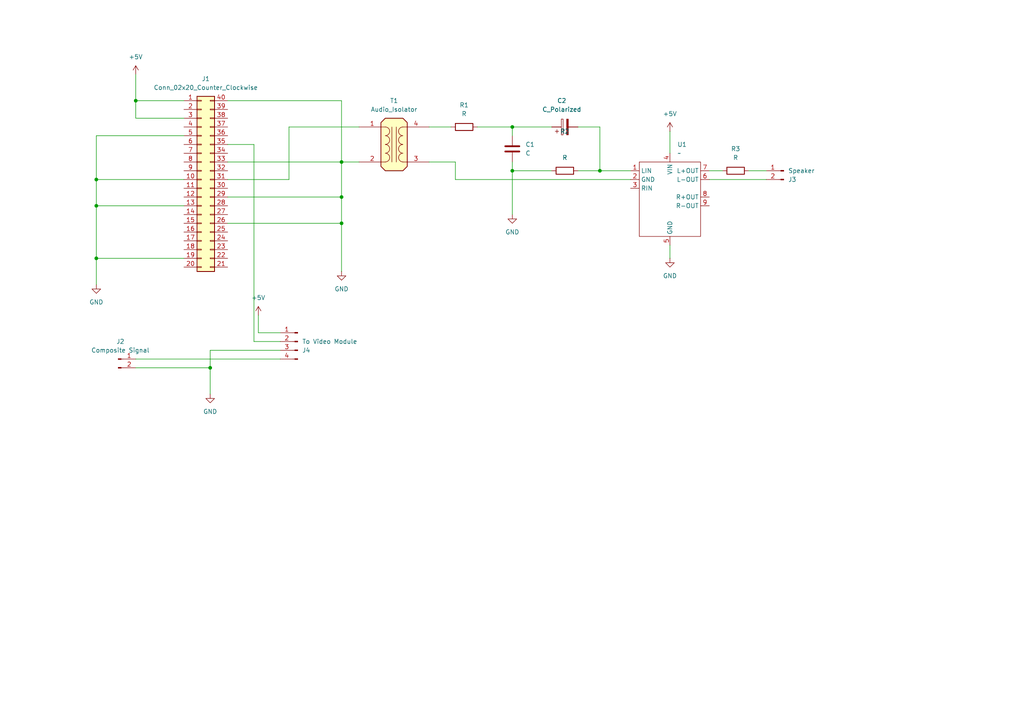
<source format=kicad_sch>
(kicad_sch (version 20250114) (generator "eeschema") (generator_version "9.0")
  (paper "A4")
  (lib_symbols
    (symbol "Connector:Conn_01x02_Pin" (pin_names (offset 1.016) (hide yes))
      (property "Reference" "J" (at 0 2.54 0))
      (property "Value" "Conn_01x02_Pin" (at 0 -5.08 0))
      (symbol "Conn_01x02_Pin_1_1"
        (rectangle (start 0.8636 0.127) (end 0 -0.127) (stroke (width 0.1524)) (fill (type outline)))
        (rectangle (start 0.8636 -2.413) (end 0 -2.667) (stroke (width 0.1524)) (fill (type outline)))
        (polyline (pts (xy 1.27 0) (xy 0.8636 0)) (stroke (width 0.1524)))
        (polyline (pts (xy 1.27 -2.54) (xy 0.8636 -2.54)) (stroke (width 0.1524)))
        (pin passive line (at 5.08 0 180) (length 3.81) (name "Pin_1") (number "1"))
        (pin passive line (at 5.08 -2.54 180) (length 3.81) (name "Pin_2") (number "2"))
      )
    )
    (symbol "Connector:Conn_01x04_Pin" (pin_names (offset 1.016) (hide yes))
      (property "Reference" "J" (at 0 5.08 0))
      (property "Value" "Conn_01x04_Pin" (at 0 -7.62 0))
      (symbol "Conn_01x04_Pin_1_1"
        (rectangle (start 0.8636 2.667) (end 0 2.413) (stroke (width 0.1524)) (fill (type outline)))
        (rectangle (start 0.8636 0.127) (end 0 -0.127) (stroke (width 0.1524)) (fill (type outline)))
        (rectangle (start 0.8636 -2.413) (end 0 -2.667) (stroke (width 0.1524)) (fill (type outline)))
        (rectangle (start 0.8636 -4.953) (end 0 -5.207) (stroke (width 0.1524)) (fill (type outline)))
        (polyline (pts (xy 1.27 2.54) (xy 0.8636 2.54)) (stroke (width 0.1524)))
        (polyline (pts (xy 1.27 0) (xy 0.8636 0)) (stroke (width 0.1524)))
        (polyline (pts (xy 1.27 -2.54) (xy 0.8636 -2.54)) (stroke (width 0.1524)))
        (polyline (pts (xy 1.27 -5.08) (xy 0.8636 -5.08)) (stroke (width 0.1524)))
        (pin passive line (at 5.08 2.54 180) (length 3.81) (name "Pin_1") (number "1"))
        (pin passive line (at 5.08 0 180) (length 3.81) (name "Pin_2") (number "2"))
        (pin passive line (at 5.08 -2.54 180) (length 3.81) (name "Pin_3") (number "3"))
        (pin passive line (at 5.08 -5.08 180) (length 3.81) (name "Pin_4") (number "4"))
      )
    )
    (symbol "Connector_Generic:Conn_02x20_Counter_Clockwise" (pin_names (offset 1.016) (hide yes))
      (property "Reference" "J" (at 1.27 25.4 0))
      (property "Value" "Conn_02x20_Counter_Clockwise" (at 1.27 -27.94 0))
      (symbol "Conn_02x20_Counter_Clockwise_1_1"
        (rectangle (start -1.27 24.13) (end 3.81 -26.67) (stroke (width 0.254)) (fill (type background)))
        (rectangle (start -1.27 22.987) (end 0 22.733) (stroke (width 0.1524)))
        (rectangle (start -1.27 20.447) (end 0 20.193) (stroke (width 0.1524)))
        (rectangle (start -1.27 17.907) (end 0 17.653) (stroke (width 0.1524)))
        (rectangle (start -1.27 15.367) (end 0 15.113) (stroke (width 0.1524)))
        (rectangle (start -1.27 12.827) (end 0 12.573) (stroke (width 0.1524)))
        (rectangle (start -1.27 10.287) (end 0 10.033) (stroke (width 0.1524)))
        (rectangle (start -1.27 7.747) (end 0 7.493) (stroke (width 0.1524)))
        (rectangle (start -1.27 5.207) (end 0 4.953) (stroke (width 0.1524)))
        (rectangle (start -1.27 2.667) (end 0 2.413) (stroke (width 0.1524)))
        (rectangle (start -1.27 0.127) (end 0 -0.127) (stroke (width 0.1524)))
        (rectangle (start -1.27 -2.413) (end 0 -2.667) (stroke (width 0.1524)))
        (rectangle (start -1.27 -4.953) (end 0 -5.207) (stroke (width 0.1524)))
        (rectangle (start -1.27 -7.493) (end 0 -7.747) (stroke (width 0.1524)))
        (rectangle (start -1.27 -10.033) (end 0 -10.287) (stroke (width 0.1524)))
        (rectangle (start -1.27 -12.573) (end 0 -12.827) (stroke (width 0.1524)))
        (rectangle (start -1.27 -15.113) (end 0 -15.367) (stroke (width 0.1524)))
        (rectangle (start -1.27 -17.653) (end 0 -17.907) (stroke (width 0.1524)))
        (rectangle (start -1.27 -20.193) (end 0 -20.447) (stroke (width 0.1524)))
        (rectangle (start -1.27 -22.733) (end 0 -22.987) (stroke (width 0.1524)))
        (rectangle (start -1.27 -25.273) (end 0 -25.527) (stroke (width 0.1524)))
        (rectangle (start 3.81 22.987) (end 2.54 22.733) (stroke (width 0.1524)))
        (rectangle (start 3.81 20.447) (end 2.54 20.193) (stroke (width 0.1524)))
        (rectangle (start 3.81 17.907) (end 2.54 17.653) (stroke (width 0.1524)))
        (rectangle (start 3.81 15.367) (end 2.54 15.113) (stroke (width 0.1524)))
        (rectangle (start 3.81 12.827) (end 2.54 12.573) (stroke (width 0.1524)))
        (rectangle (start 3.81 10.287) (end 2.54 10.033) (stroke (width 0.1524)))
        (rectangle (start 3.81 7.747) (end 2.54 7.493) (stroke (width 0.1524)))
        (rectangle (start 3.81 5.207) (end 2.54 4.953) (stroke (width 0.1524)))
        (rectangle (start 3.81 2.667) (end 2.54 2.413) (stroke (width 0.1524)))
        (rectangle (start 3.81 0.127) (end 2.54 -0.127) (stroke (width 0.1524)))
        (rectangle (start 3.81 -2.413) (end 2.54 -2.667) (stroke (width 0.1524)))
        (rectangle (start 3.81 -4.953) (end 2.54 -5.207) (stroke (width 0.1524)))
        (rectangle (start 3.81 -7.493) (end 2.54 -7.747) (stroke (width 0.1524)))
        (rectangle (start 3.81 -10.033) (end 2.54 -10.287) (stroke (width 0.1524)))
        (rectangle (start 3.81 -12.573) (end 2.54 -12.827) (stroke (width 0.1524)))
        (rectangle (start 3.81 -15.113) (end 2.54 -15.367) (stroke (width 0.1524)))
        (rectangle (start 3.81 -17.653) (end 2.54 -17.907) (stroke (width 0.1524)))
        (rectangle (start 3.81 -20.193) (end 2.54 -20.447) (stroke (width 0.1524)))
        (rectangle (start 3.81 -22.733) (end 2.54 -22.987) (stroke (width 0.1524)))
        (rectangle (start 3.81 -25.273) (end 2.54 -25.527) (stroke (width 0.1524)))
        (pin passive line (at -5.08 22.86 0) (length 3.81) (name "Pin_1") (number "1"))
        (pin passive line (at -5.08 20.32 0) (length 3.81) (name "Pin_2") (number "2"))
        (pin passive line (at -5.08 17.78 0) (length 3.81) (name "Pin_3") (number "3"))
        (pin passive line (at -5.08 15.24 0) (length 3.81) (name "Pin_4") (number "4"))
        (pin passive line (at -5.08 12.7 0) (length 3.81) (name "Pin_5") (number "5"))
        (pin passive line (at -5.08 10.16 0) (length 3.81) (name "Pin_6") (number "6"))
        (pin passive line (at -5.08 7.62 0) (length 3.81) (name "Pin_7") (number "7"))
        (pin passive line (at -5.08 5.08 0) (length 3.81) (name "Pin_8") (number "8"))
        (pin passive line (at -5.08 2.54 0) (length 3.81) (name "Pin_9") (number "9"))
        (pin passive line (at -5.08 0 0) (length 3.81) (name "Pin_10") (number "10"))
        (pin passive line (at -5.08 -2.54 0) (length 3.81) (name "Pin_11") (number "11"))
        (pin passive line (at -5.08 -5.08 0) (length 3.81) (name "Pin_12") (number "12"))
        (pin passive line (at -5.08 -7.62 0) (length 3.81) (name "Pin_13") (number "13"))
        (pin passive line (at -5.08 -10.16 0) (length 3.81) (name "Pin_14") (number "14"))
        (pin passive line (at -5.08 -12.7 0) (length 3.81) (name "Pin_15") (number "15"))
        (pin passive line (at -5.08 -15.24 0) (length 3.81) (name "Pin_16") (number "16"))
        (pin passive line (at -5.08 -17.78 0) (length 3.81) (name "Pin_17") (number "17"))
        (pin passive line (at -5.08 -20.32 0) (length 3.81) (name "Pin_18") (number "18"))
        (pin passive line (at -5.08 -22.86 0) (length 3.81) (name "Pin_19") (number "19"))
        (pin passive line (at -5.08 -25.4 0) (length 3.81) (name "Pin_20") (number "20"))
        (pin passive line (at 7.62 22.86 180) (length 3.81) (name "Pin_40") (number "40"))
        (pin passive line (at 7.62 20.32 180) (length 3.81) (name "Pin_39") (number "39"))
        (pin passive line (at 7.62 17.78 180) (length 3.81) (name "Pin_38") (number "38"))
        (pin passive line (at 7.62 15.24 180) (length 3.81) (name "Pin_37") (number "37"))
        (pin passive line (at 7.62 12.7 180) (length 3.81) (name "Pin_36") (number "36"))
        (pin passive line (at 7.62 10.16 180) (length 3.81) (name "Pin_35") (number "35"))
        (pin passive line (at 7.62 7.62 180) (length 3.81) (name "Pin_34") (number "34"))
        (pin passive line (at 7.62 5.08 180) (length 3.81) (name "Pin_33") (number "33"))
        (pin passive line (at 7.62 2.54 180) (length 3.81) (name "Pin_32") (number "32"))
        (pin passive line (at 7.62 0 180) (length 3.81) (name "Pin_31") (number "31"))
        (pin passive line (at 7.62 -2.54 180) (length 3.81) (name "Pin_30") (number "30"))
        (pin passive line (at 7.62 -5.08 180) (length 3.81) (name "Pin_29") (number "29"))
        (pin passive line (at 7.62 -7.62 180) (length 3.81) (name "Pin_28") (number "28"))
        (pin passive line (at 7.62 -10.16 180) (length 3.81) (name "Pin_27") (number "27"))
        (pin passive line (at 7.62 -12.7 180) (length 3.81) (name "Pin_26") (number "26"))
        (pin passive line (at 7.62 -15.24 180) (length 3.81) (name "Pin_25") (number "25"))
        (pin passive line (at 7.62 -17.78 180) (length 3.81) (name "Pin_24") (number "24"))
        (pin passive line (at 7.62 -20.32 180) (length 3.81) (name "Pin_23") (number "23"))
        (pin passive line (at 7.62 -22.86 180) (length 3.81) (name "Pin_22") (number "22"))
        (pin passive line (at 7.62 -25.4 180) (length 3.81) (name "Pin_21") (number "21"))
      )
    )
    (symbol "Device:C" (pin_numbers (hide yes)) (pin_names (offset 0.254))
      (property "Reference" "C" (at 0.635 2.54 0))
      (property "Value" "C" (at 0.635 -2.54 0))
      (symbol "C_0_1"
        (polyline (pts (xy -2.032 0.762) (xy 2.032 0.762)) (stroke (width 0.508)))
        (polyline (pts (xy -2.032 -0.762) (xy 2.032 -0.762)) (stroke (width 0.508)))
      )
      (symbol "C_1_1"
        (pin passive line (at 0 3.81 270) (length 2.794) (name "~") (number "1"))
        (pin passive line (at 0 -3.81 90) (length 2.794) (name "~") (number "2"))
      )
    )
    (symbol "Device:C_Polarized" (pin_numbers (hide yes)) (pin_names (offset 0.254))
      (property "Reference" "C" (at 0.635 2.54 0))
      (property "Value" "C_Polarized" (at 0.635 -2.54 0))
      (symbol "C_Polarized_0_1"
        (rectangle (start -2.286 0.508) (end 2.286 1.016))
        (polyline (pts (xy -1.778 2.286) (xy -0.762 2.286)))
        (polyline (pts (xy -1.27 2.794) (xy -1.27 1.778)))
        (rectangle (start 2.286 -0.508) (end -2.286 -1.016) (fill (type outline)))
      )
      (symbol "C_Polarized_1_1"
        (pin passive line (at 0 3.81 270) (length 2.794) (name "~") (number "1"))
        (pin passive line (at 0 -3.81 90) (length 2.794) (name "~") (number "2"))
      )
    )
    (symbol "Device:R" (pin_numbers (hide yes)) (pin_names (offset 0))
      (property "Reference" "R" (at 2.032 0 90))
      (property "Value" "R" (at 0 0 90))
      (symbol "R_0_1"
        (rectangle (start -1.016 -2.54) (end 1.016 2.54) (stroke (width 0.254)))
      )
      (symbol "R_1_1"
        (pin passive line (at 0 3.81 270) (length 1.27) (name "~") (number "1"))
        (pin passive line (at 0 -3.81 90) (length 1.27) (name "~") (number "2"))
      )
    )
    (symbol "JailLab:Audio_Isolator" (pin_names (offset 1.016) (hide yes))
      (property "Reference" "T" (at 0 11.684 0))
      (property "Value" "Audio_Isolator" (at 0.254 9.398 0))
      (symbol "Audio_Isolator_0_1"
        (polyline (pts (xy -3.81 6.35) (xy -2.54 7.62) (xy 2.54 7.62) (xy 3.81 6.35) (xy 3.81 -6.35) (xy 2.54 -7.62) (xy -2.54 -7.62) (xy -3.81 -6.35) (xy -3.81 6.35)) (stroke (width 0.254)) (fill (type background)))
        (arc (start -1.27 3.81) (mid -1.656 2.9336) (end -2.54 2.5654))
        (arc (start -1.27 1.27) (mid -1.656 0.3936) (end -2.54 0.0254))
        (arc (start -1.27 -1.27) (mid -1.656 -2.1464) (end -2.54 -2.5146))
        (arc (start -1.27 -3.81) (mid -1.656 -4.6864) (end -2.54 -5.0546))
        (arc (start -2.54 5.08) (mid -1.642 4.708) (end -1.27 3.81))
        (arc (start -2.54 2.54) (mid -1.642 2.168) (end -1.27 1.27))
        (arc (start -2.54 0) (mid -1.642 -0.372) (end -1.27 -1.27))
        (arc (start -2.54 -2.54) (mid -1.642 -2.912) (end -1.27 -3.81))
        (polyline (pts (xy -0.635 5.08) (xy -0.635 -5.08)))
        (polyline (pts (xy 0.635 -5.08) (xy 0.635 5.08)))
        (arc (start 1.2954 3.81) (mid 1.6457 4.7117) (end 2.54 5.08))
        (arc (start 1.2954 1.27) (mid 1.6457 2.1717) (end 2.54 2.54))
        (arc (start 1.2954 -1.27) (mid 1.6457 -0.3683) (end 2.54 0))
        (arc (start 2.54 2.5654) (mid 1.6599 2.9299) (end 1.2954 3.81))
        (arc (start 2.54 0.0254) (mid 1.6599 0.3899) (end 1.2954 1.27))
        (arc (start 2.54 -2.5146) (mid 1.6599 -2.1501) (end 1.2954 -1.27))
        (arc (start 1.3208 -3.81) (mid 1.6711 -2.9085) (end 2.5654 -2.54))
        (arc (start 2.5654 -5.0546) (mid 1.6851 -4.6902) (end 1.3208 -3.81))
      )
      (symbol "Audio_Isolator_1_1"
        (pin passive line (at -10.16 5.08 0) (length 7.62) (name "AA") (number "1"))
        (pin passive line (at -10.16 -5.08 0) (length 7.62) (name "AB") (number "2"))
        (pin passive line (at 10.16 5.08 180) (length 7.62) (name "SB") (number "4"))
        (pin passive line (at 10.16 -5.08 180) (length 7.62) (name "SA") (number "3"))
      )
    )
    (symbol "JailLab:PAM8403_Module"
      (property "Reference" "U" (at 7.366 10.414 0))
      (symbol "PAM8403_Module_0_1"
        (rectangle (start -6.35 8.89) (end 11.43 -12.7))
      )
      (symbol "PAM8403_Module_1_1"
        (pin input line (at -8.89 6.35 0) (length 2.54) (name "LIN") (number "1"))
        (pin input line (at -8.89 3.81 0) (length 2.54) (name "GND") (number "2"))
        (pin input line (at -8.89 1.27 0) (length 2.54) (name "RIN") (number "3"))
        (pin input line (at 2.54 11.43 270) (length 2.54) (name "VIN") (number "4"))
        (pin input line (at 2.54 -15.24 90) (length 2.54) (name "GND") (number "5"))
        (pin output line (at 13.97 6.35 180) (length 2.54) (name "L+OUT") (number "7"))
        (pin output line (at 13.97 3.81 180) (length 2.54) (name "L-OUT") (number "6"))
        (pin output line (at 13.97 -1.27 180) (length 2.54) (name "R+OUT") (number "8"))
        (pin output line (at 13.97 -3.81 180) (length 2.54) (name "R-OUT") (number "9"))
      )
    )
    (symbol "power:+5V" (power) (pin_numbers (hide yes)) (pin_names (offset 0) (hide yes))
      (property "Value" "+5V" (at 0 3.556 0))
      (symbol "+5V_0_1"
        (polyline (pts (xy -0.762 1.27) (xy 0 2.54)))
        (polyline (pts (xy 0 2.54) (xy 0.762 1.27)))
        (polyline (pts (xy 0 0) (xy 0 2.54)))
      )
      (symbol "+5V_1_1"
        (pin power_in line (at 0 0 90) (length 0) (name "~") (number "1"))
      )
    )
    (symbol "power:GND" (power) (pin_numbers (hide yes)) (pin_names (offset 0) (hide yes))
      (property "Value" "GND" (at 0 -3.81 0))
      (symbol "GND_0_1"
        (polyline (pts (xy 0 0) (xy 0 -1.27) (xy 1.27 -1.27) (xy 0 -2.54) (xy -1.27 -1.27) (xy 0 -1.27)))
      )
      (symbol "GND_1_1"
        (pin power_in line (at 0 0 270) (length 0) (name "~") (number "1"))
      )
    )
  )
  (junction (at 27.94 74.93))
  (junction (at 27.94 59.69))
  (junction (at 27.94 52.07))
  (junction (at 60.96 106.68))
  (junction (at 148.59 49.53))
  (junction (at 148.59 36.83))
  (junction (at 99.06 64.77))
  (junction (at 99.06 57.15))
  (junction (at 173.99 49.53))
  (junction (at 99.06 46.99))
  (junction (at 39.37 29.21))
  (wire (pts (xy 83.82 36.83) (xy 104.14 36.83)))
  (wire (pts (xy 27.94 52.07) (xy 27.94 39.37)))
  (wire (pts (xy 167.64 36.83) (xy 173.99 36.83)))
  (wire (pts (xy 99.06 46.99) (xy 99.06 57.15)))
  (wire (pts (xy 53.34 34.29) (xy 39.37 34.29)))
  (wire (pts (xy 39.37 34.29) (xy 39.37 29.21)))
  (wire (pts (xy 167.64 49.53) (xy 173.99 49.53)))
  (wire (pts (xy 39.37 104.14) (xy 81.28 104.14)))
  (wire (pts (xy 27.94 39.37) (xy 53.34 39.37)))
  (wire (pts (xy 73.66 99.06) (xy 81.28 99.06)))
  (wire (pts (xy 99.06 29.21) (xy 99.06 46.99)))
  (wire (pts (xy 66.04 64.77) (xy 99.06 64.77)))
  (wire (pts (xy 132.08 52.07) (xy 132.08 46.99)))
  (wire (pts (xy 66.04 41.91) (xy 73.66 41.91)))
  (wire (pts (xy 160.02 36.83) (xy 148.59 36.83)))
  (wire (pts (xy 83.82 52.07) (xy 83.82 36.83)))
  (wire (pts (xy 148.59 36.83) (xy 148.59 39.37)))
  (wire (pts (xy 66.04 52.07) (xy 83.82 52.07)))
  (wire (pts (xy 74.93 91.44) (xy 74.93 96.52)))
  (wire (pts (xy 27.94 52.07) (xy 53.34 52.07)))
  (wire (pts (xy 27.94 74.93) (xy 53.34 74.93)))
  (wire (pts (xy 27.94 74.93) (xy 27.94 59.69)))
  (wire (pts (xy 182.88 52.07) (xy 132.08 52.07)))
  (wire (pts (xy 99.06 57.15) (xy 99.06 64.77)))
  (wire (pts (xy 173.99 49.53) (xy 182.88 49.53)))
  (wire (pts (xy 173.99 36.83) (xy 173.99 49.53)))
  (wire (pts (xy 73.66 41.91) (xy 73.66 99.06)))
  (wire (pts (xy 66.04 29.21) (xy 99.06 29.21)))
  (wire (pts (xy 60.96 101.6) (xy 60.96 106.68)))
  (wire (pts (xy 132.08 46.99) (xy 124.46 46.99)))
  (wire (pts (xy 66.04 46.99) (xy 99.06 46.99)))
  (wire (pts (xy 138.43 36.83) (xy 148.59 36.83)))
  (wire (pts (xy 39.37 21.59) (xy 39.37 29.21)))
  (wire (pts (xy 194.31 38.1) (xy 194.31 44.45)))
  (wire (pts (xy 205.74 49.53) (xy 209.55 49.53)))
  (wire (pts (xy 27.94 59.69) (xy 53.34 59.69)))
  (wire (pts (xy 217.17 49.53) (xy 222.25 49.53)))
  (wire (pts (xy 194.31 71.12) (xy 194.31 74.93)))
  (wire (pts (xy 39.37 106.68) (xy 60.96 106.68)))
  (wire (pts (xy 148.59 49.53) (xy 160.02 49.53)))
  (wire (pts (xy 39.37 29.21) (xy 53.34 29.21)))
  (wire (pts (xy 99.06 46.99) (xy 104.14 46.99)))
  (wire (pts (xy 66.04 57.15) (xy 99.06 57.15)))
  (wire (pts (xy 74.93 96.52) (xy 81.28 96.52)))
  (wire (pts (xy 60.96 106.68) (xy 60.96 114.3)))
  (wire (pts (xy 27.94 82.55) (xy 27.94 74.93)))
  (wire (pts (xy 27.94 59.69) (xy 27.94 52.07)))
  (wire (pts (xy 148.59 46.99) (xy 148.59 49.53)))
  (wire (pts (xy 148.59 49.53) (xy 148.59 62.23)))
  (wire (pts (xy 205.74 52.07) (xy 222.25 52.07)))
  (wire (pts (xy 124.46 36.83) (xy 130.81 36.83)))
  (wire (pts (xy 81.28 101.6) (xy 60.96 101.6)))
  (wire (pts (xy 99.06 64.77) (xy 99.06 78.74)))
  (symbol (lib_id "power:+5V") (at 39.37 21.59 0) (unit 1)
    (property "Reference" "#PWR05" (effects (hide yes)))
    (property "Value" "+5V" (at 39.37 16.51 0))
    (property "Description" "Power symbol creates a global label with name \"+5V\"" (effects (hide yes)))
  )
  (symbol (lib_id "power:GND") (at 99.06 78.74 0) (unit 1)
    (property "Reference" "#PWR04" (effects (hide yes)))
    (property "Value" "GND" (at 99.06 83.82 0))
    (property "Description" "Power symbol creates a global label with name \"GND\" , ground" (effects (hide yes)))
  )
  (symbol (lib_id "power:+5V") (at 194.31 38.1 0) (unit 1)
    (property "Reference" "#PWR01" (effects (hide yes)))
    (property "Value" "+5V" (at 194.31 33.02 0))
    (property "Description" "Power symbol creates a global label with name \"+5V\"" (effects (hide yes)))
  )
  (symbol (lib_id "power:+5V") (at 74.93 91.44 0) (unit 1)
    (property "Reference" "#PWR08" (effects (hide yes)))
    (property "Value" "+5V" (at 74.93 86.36 0))
    (property "Description" "Power symbol creates a global label with name \"+5V\"" (effects (hide yes)))
  )
  (symbol (lib_id "power:GND") (at 194.31 74.93 0) (unit 1)
    (property "Reference" "#PWR02" (effects (hide yes)))
    (property "Value" "GND" (at 194.31 80.01 0))
    (property "Description" "Power symbol creates a global label with name \"GND\" , ground" (effects (hide yes)))
  )
  (symbol (lib_id "Connector:Conn_01x02_Pin") (at 227.33 49.53 0) (mirror y) (unit 1)
    (property "Reference" "J3" (at 228.6 52.0701 0) (effects (justify right)))
    (property "Value" "Speaker" (at 228.6 49.5301 0) (effects (justify right)))
    (property "Footprint" "Connector_PinHeader_2.54mm:PinHeader_1x02_P2.54mm_Vertical" (effects (hide yes)))
    (property "Description" "Generic connector, single row, 01x02, script generated" (effects (hide yes)))
  )
  (symbol (lib_id "power:GND") (at 60.96 114.3 0) (unit 1)
    (property "Reference" "#PWR07" (effects (hide yes)))
    (property "Value" "GND" (at 60.96 119.38 0))
    (property "Description" "Power symbol creates a global label with name \"GND\" , ground" (effects (hide yes)))
  )
  (symbol (lib_id "power:GND") (at 148.59 62.23 0) (unit 1)
    (property "Reference" "#PWR03" (effects (hide yes)))
    (property "Value" "GND" (at 148.59 67.31 0))
    (property "Description" "Power symbol creates a global label with name \"GND\" , ground" (effects (hide yes)))
  )
  (symbol (lib_id "Connector_Generic:Conn_02x20_Counter_Clockwise") (at 58.42 52.07 0) (unit 1)
    (property "Reference" "J1" (at 59.69 22.86 0))
    (property "Value" "Conn_02x20_Counter_Clockwise" (at 59.69 25.4 0))
    (property "Footprint" "Connector_PinHeader_2.54mm:PinHeader_2x20_P2.54mm_Vertical" (effects (hide yes)))
    (property "Description" "Generic connector, double row, 02x20, counter clockwise pin numbering scheme (similar to DIP package numbering), script generated (kicad-library-utils/schlib/autogen/connector/)" (effects (hide yes)))
  )
  (symbol (lib_id "Device:R") (at 213.36 49.53 90) (unit 1)
    (property "Reference" "R3" (at 213.36 43.18 90))
    (property "Value" "R" (at 213.36 45.72 90))
    (property "Footprint" "Resistor_THT:R_Axial_DIN0204_L3.6mm_D1.6mm_P7.62mm_Horizontal" (effects (hide yes)))
    (property "Description" "Resistor" (effects (hide yes)))
  )
  (symbol (lib_id "Device:R") (at 134.62 36.83 90) (unit 1)
    (property "Reference" "R1" (at 134.62 30.48 90))
    (property "Value" "R" (at 134.62 33.02 90))
    (property "Footprint" "Resistor_THT:R_Axial_DIN0204_L3.6mm_D1.6mm_P7.62mm_Horizontal" (effects (hide yes)))
    (property "Description" "Resistor" (effects (hide yes)))
  )
  (symbol (lib_id "Device:C_Polarized") (at 163.83 36.83 90) (unit 1)
    (property "Reference" "C2" (at 162.941 29.21 90))
    (property "Value" "C_Polarized" (at 162.941 31.75 90))
    (property "Footprint" "Capacitor_THT:CP_Radial_D5.0mm_P2.50mm" (effects (hide yes)))
    (property "Description" "Polarized capacitor" (effects (hide yes)))
  )
  (symbol (lib_id "Connector:Conn_01x04_Pin") (at 86.36 99.06 0) (mirror y) (unit 1)
    (property "Reference" "J4" (at 87.63 101.6001 0) (effects (justify right)))
    (property "Value" "To Video Module" (at 87.63 99.0601 0) (effects (justify right)))
    (property "Footprint" "Connector_PinHeader_2.54mm:PinHeader_1x04_P2.54mm_Vertical" (effects (hide yes)))
    (property "Description" "Generic connector, single row, 01x04, script generated" (effects (hide yes)))
  )
  (symbol (lib_id "JailLab:PAM8403_Module") (at 191.77 55.88 0) (unit 1)
    (property "Reference" "U1" (at 196.4533 41.91 0) (effects (justify left)))
    (property "Value" "~" (at 196.4533 44.45 0) (effects (justify left)))
    (property "Footprint" "JailLab:PAM8403 Module" (effects (hide yes)))
  )
  (symbol (lib_id "Device:C") (at 148.59 43.18 0) (unit 1)
    (property "Reference" "C1" (at 152.4 41.9099 0) (effects (justify left)))
    (property "Value" "C" (at 152.4 44.4499 0) (effects (justify left)))
    (property "Footprint" "Capacitor_THT:C_Disc_D3.0mm_W1.6mm_P2.50mm" (effects (hide yes)))
    (property "Description" "Unpolarized capacitor" (effects (hide yes)))
  )
  (symbol (lib_id "power:GND") (at 27.94 82.55 0) (unit 1)
    (property "Reference" "#PWR06" (effects (hide yes)))
    (property "Value" "GND" (at 27.94 87.63 0))
    (property "Description" "Power symbol creates a global label with name \"GND\" , ground" (effects (hide yes)))
  )
  (symbol (lib_id "JailLab:Audio_Isolator") (at 114.3 41.91 0) (unit 1)
    (property "Reference" "T1" (at 114.3 29.21 0))
    (property "Value" "Audio_Isolator" (at 114.3 31.75 0))
    (property "Footprint" "JailLab:Audio Isolator" (effects (hide yes)))
    (property "Description" "Audio transformer" (effects (hide yes)))
  )
  (symbol (lib_id "Connector:Conn_01x02_Pin") (at 34.29 104.14 0) (unit 1)
    (property "Reference" "J2" (at 34.925 99.06 0))
    (property "Value" "Composite Signal" (at 34.925 101.6 0))
    (property "Footprint" "Connector_PinHeader_2.54mm:PinHeader_1x02_P2.54mm_Vertical" (effects (hide yes)))
    (property "Description" "Generic connector, single row, 01x02, script generated" (effects (hide yes)))
  )
  (symbol (lib_id "Device:R") (at 163.83 49.53 90) (unit 1)
    (property "Reference" "R2" (at 163.83 38.1 90))
    (property "Value" "R" (at 163.83 45.72 90))
    (property "Footprint" "Resistor_THT:R_Axial_DIN0204_L3.6mm_D1.6mm_P7.62mm_Horizontal" (effects (hide yes)))
    (property "Description" "Resistor" (effects (hide yes)))
  )
)
</source>
